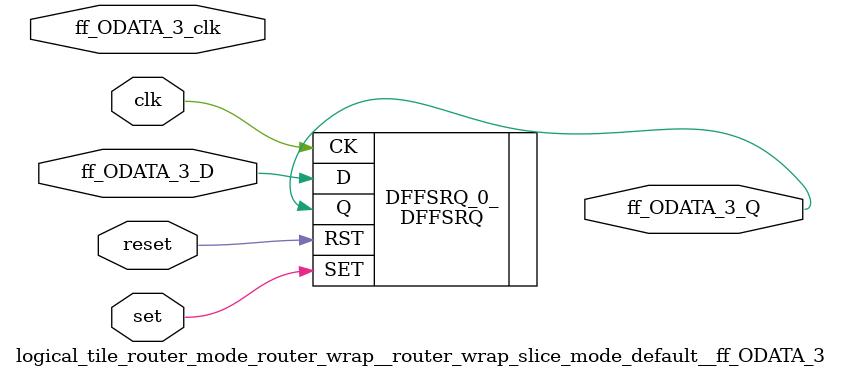
<source format=v>
`default_nettype none

module logical_tile_router_mode_router_wrap__router_wrap_slice_mode_default__ff_ODATA_3(set,
                                                                                        reset,
                                                                                        clk,
                                                                                        ff_ODATA_3_D,
                                                                                        ff_ODATA_3_Q,
                                                                                        ff_ODATA_3_clk);
//----- GLOBAL PORTS -----
input [0:0] set;
//----- GLOBAL PORTS -----
input [0:0] reset;
//----- GLOBAL PORTS -----
input [0:0] clk;
//----- INPUT PORTS -----
input [0:0] ff_ODATA_3_D;
//----- OUTPUT PORTS -----
output [0:0] ff_ODATA_3_Q;
//----- CLOCK PORTS -----
input [0:0] ff_ODATA_3_clk;

//----- BEGIN wire-connection ports -----
wire [0:0] ff_ODATA_3_D;
wire [0:0] ff_ODATA_3_Q;
wire [0:0] ff_ODATA_3_clk;
//----- END wire-connection ports -----


//----- BEGIN Registered ports -----
//----- END Registered ports -----



// ----- BEGIN Local short connections -----
// ----- END Local short connections -----
// ----- BEGIN Local output short connections -----
// ----- END Local output short connections -----

	DFFSRQ DFFSRQ_0_ (
		.SET(set),
		.RST(reset),
		.CK(clk),
		.D(ff_ODATA_3_D),
		.Q(ff_ODATA_3_Q));

endmodule
// ----- END Verilog module for logical_tile_router_mode_router_wrap__router_wrap_slice_mode_default__ff_ODATA_3 -----

//----- Default net type -----
`default_nettype wire




</source>
